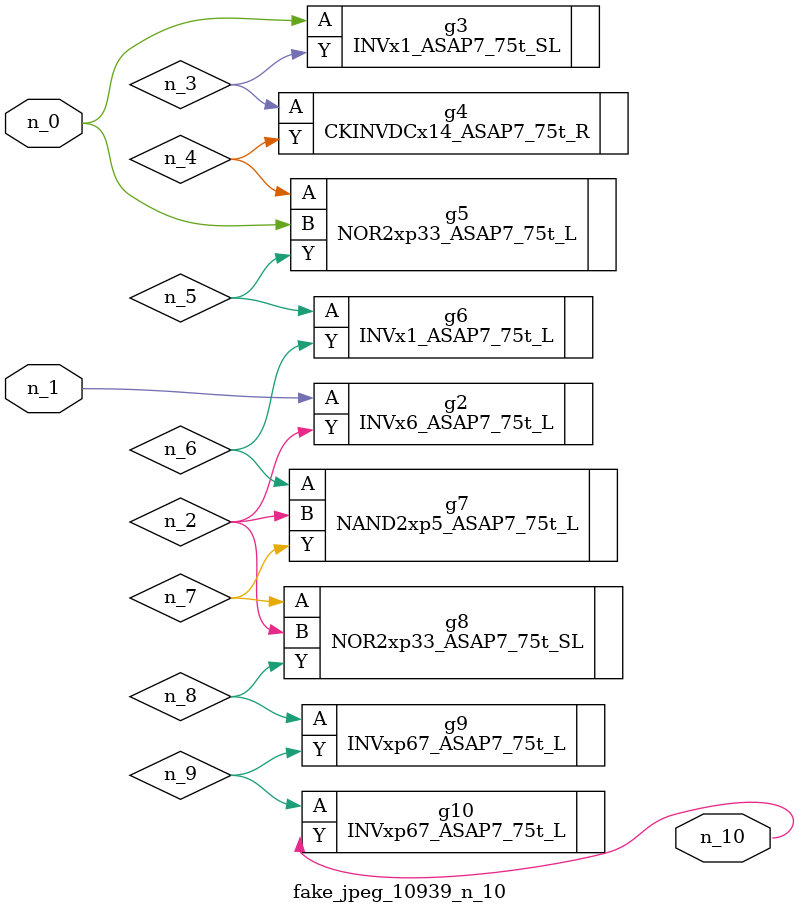
<source format=v>
module fake_jpeg_10939_n_10 (n_0, n_1, n_10);

input n_0;
input n_1;

output n_10;

wire n_3;
wire n_2;
wire n_4;
wire n_8;
wire n_9;
wire n_6;
wire n_5;
wire n_7;

INVx6_ASAP7_75t_L g2 ( 
.A(n_1),
.Y(n_2)
);

INVx1_ASAP7_75t_SL g3 ( 
.A(n_0),
.Y(n_3)
);

CKINVDCx14_ASAP7_75t_R g4 ( 
.A(n_3),
.Y(n_4)
);

NOR2xp33_ASAP7_75t_L g5 ( 
.A(n_4),
.B(n_0),
.Y(n_5)
);

INVx1_ASAP7_75t_L g6 ( 
.A(n_5),
.Y(n_6)
);

NAND2xp5_ASAP7_75t_L g7 ( 
.A(n_6),
.B(n_2),
.Y(n_7)
);

NOR2xp33_ASAP7_75t_SL g8 ( 
.A(n_7),
.B(n_2),
.Y(n_8)
);

INVxp67_ASAP7_75t_L g9 ( 
.A(n_8),
.Y(n_9)
);

INVxp67_ASAP7_75t_L g10 ( 
.A(n_9),
.Y(n_10)
);


endmodule
</source>
